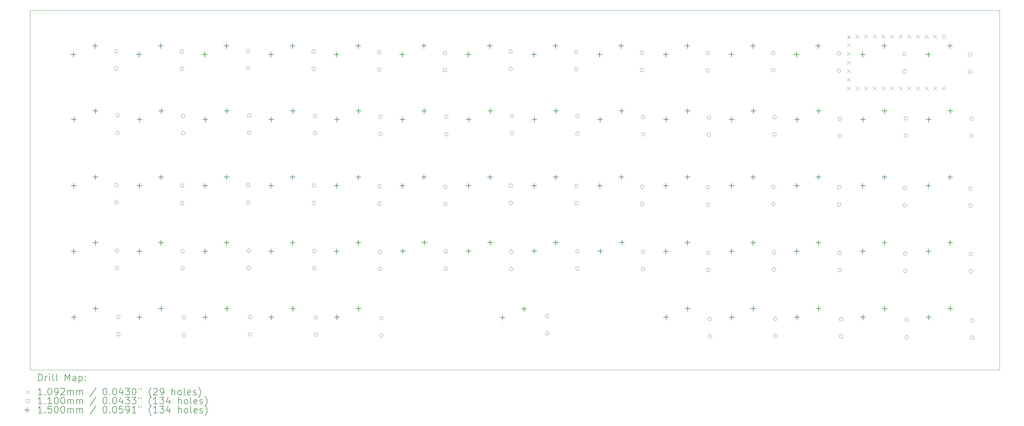
<source format=gbr>
%FSLAX45Y45*%
G04 Gerber Fmt 4.5, Leading zero omitted, Abs format (unit mm)*
G04 Created by KiCad (PCBNEW (6.0.1)) date 2022-06-24 19:37:23*
%MOMM*%
%LPD*%
G01*
G04 APERTURE LIST*
%TA.AperFunction,Profile*%
%ADD10C,0.100000*%
%TD*%
%ADD11C,0.200000*%
%ADD12C,0.109220*%
%ADD13C,0.110000*%
%ADD14C,0.150000*%
G04 APERTURE END LIST*
D10*
X8257540Y-9751060D02*
X36766500Y-9751060D01*
X36766500Y-9751060D02*
X36766500Y-20332700D01*
X36766500Y-20332700D02*
X8257540Y-20332700D01*
X8257540Y-20332700D02*
X8257540Y-9751060D01*
D11*
D12*
X32279103Y-10487679D02*
X32388323Y-10596899D01*
X32388323Y-10487679D02*
X32279103Y-10596899D01*
X32279103Y-10718819D02*
X32388323Y-10828039D01*
X32388323Y-10718819D02*
X32279103Y-10828039D01*
X32279103Y-10972819D02*
X32388323Y-11082039D01*
X32388323Y-10972819D02*
X32279103Y-11082039D01*
X32279103Y-11226818D02*
X32388323Y-11336038D01*
X32388323Y-11226818D02*
X32279103Y-11336038D01*
X32279103Y-11480818D02*
X32388323Y-11590038D01*
X32388323Y-11480818D02*
X32279103Y-11590038D01*
X32279103Y-11734818D02*
X32388323Y-11844038D01*
X32388323Y-11734818D02*
X32279103Y-11844038D01*
X32279103Y-11988818D02*
X32388323Y-12098038D01*
X32388323Y-11988818D02*
X32279103Y-12098038D01*
X32533103Y-10464819D02*
X32642323Y-10574039D01*
X32642323Y-10464819D02*
X32533103Y-10574039D01*
X32533103Y-11988818D02*
X32642323Y-12098038D01*
X32642323Y-11988818D02*
X32533103Y-12098038D01*
X32787103Y-10464819D02*
X32896323Y-10574039D01*
X32896323Y-10464819D02*
X32787103Y-10574039D01*
X32787103Y-11988818D02*
X32896323Y-12098038D01*
X32896323Y-11988818D02*
X32787103Y-12098038D01*
X33041103Y-10464819D02*
X33150323Y-10574039D01*
X33150323Y-10464819D02*
X33041103Y-10574039D01*
X33041103Y-11988818D02*
X33150323Y-12098038D01*
X33150323Y-11988818D02*
X33041103Y-12098038D01*
X33295103Y-10464819D02*
X33404323Y-10574039D01*
X33404323Y-10464819D02*
X33295103Y-10574039D01*
X33295103Y-11988818D02*
X33404323Y-12098038D01*
X33404323Y-11988818D02*
X33295103Y-12098038D01*
X33549103Y-10464819D02*
X33658323Y-10574039D01*
X33658323Y-10464819D02*
X33549103Y-10574039D01*
X33549103Y-11988818D02*
X33658323Y-12098038D01*
X33658323Y-11988818D02*
X33549103Y-12098038D01*
X33803103Y-10464819D02*
X33912323Y-10574039D01*
X33912323Y-10464819D02*
X33803103Y-10574039D01*
X33803103Y-11988818D02*
X33912323Y-12098038D01*
X33912323Y-11988818D02*
X33803103Y-12098038D01*
X34057103Y-10464819D02*
X34166323Y-10574039D01*
X34166323Y-10464819D02*
X34057103Y-10574039D01*
X34057103Y-11988818D02*
X34166323Y-12098038D01*
X34166323Y-11988818D02*
X34057103Y-12098038D01*
X34311103Y-10464819D02*
X34420323Y-10574039D01*
X34420323Y-10464819D02*
X34311103Y-10574039D01*
X34311103Y-11988818D02*
X34420323Y-12098038D01*
X34420323Y-11988818D02*
X34311103Y-12098038D01*
X34565103Y-10464819D02*
X34674323Y-10574039D01*
X34674323Y-10464819D02*
X34565103Y-10574039D01*
X34565103Y-11988818D02*
X34674323Y-12098038D01*
X34674323Y-11988818D02*
X34565103Y-12098038D01*
X34819103Y-10464819D02*
X34928323Y-10574039D01*
X34928323Y-10464819D02*
X34819103Y-10574039D01*
X34819103Y-11988818D02*
X34928323Y-12098038D01*
X34928323Y-11988818D02*
X34819103Y-12098038D01*
X35073103Y-10464819D02*
X35182323Y-10574039D01*
X35182323Y-10464819D02*
X35073103Y-10574039D01*
X35073103Y-11988818D02*
X35182323Y-12098038D01*
X35182323Y-11988818D02*
X35073103Y-12098038D01*
D13*
X10849513Y-10954847D02*
G75*
G03*
X10849513Y-10954847I-55000J0D01*
G01*
X10849513Y-11462847D02*
G75*
G03*
X10849513Y-11462847I-55000J0D01*
G01*
X10857620Y-14896717D02*
G75*
G03*
X10857620Y-14896717I-55000J0D01*
G01*
X10857620Y-15404717D02*
G75*
G03*
X10857620Y-15404717I-55000J0D01*
G01*
X10870320Y-16822037D02*
G75*
G03*
X10870320Y-16822037I-55000J0D01*
G01*
X10870320Y-17330037D02*
G75*
G03*
X10870320Y-17330037I-55000J0D01*
G01*
X10888100Y-12844397D02*
G75*
G03*
X10888100Y-12844397I-55000J0D01*
G01*
X10888100Y-13352397D02*
G75*
G03*
X10888100Y-13352397I-55000J0D01*
G01*
X10913500Y-18775297D02*
G75*
G03*
X10913500Y-18775297I-55000J0D01*
G01*
X10913500Y-19283297D02*
G75*
G03*
X10913500Y-19283297I-55000J0D01*
G01*
X12779913Y-10967547D02*
G75*
G03*
X12779913Y-10967547I-55000J0D01*
G01*
X12779913Y-11475547D02*
G75*
G03*
X12779913Y-11475547I-55000J0D01*
G01*
X12788020Y-14909417D02*
G75*
G03*
X12788020Y-14909417I-55000J0D01*
G01*
X12788020Y-15417417D02*
G75*
G03*
X12788020Y-15417417I-55000J0D01*
G01*
X12800720Y-16834737D02*
G75*
G03*
X12800720Y-16834737I-55000J0D01*
G01*
X12800720Y-17342737D02*
G75*
G03*
X12800720Y-17342737I-55000J0D01*
G01*
X12818500Y-12857097D02*
G75*
G03*
X12818500Y-12857097I-55000J0D01*
G01*
X12818500Y-13365097D02*
G75*
G03*
X12818500Y-13365097I-55000J0D01*
G01*
X12843900Y-18787997D02*
G75*
G03*
X12843900Y-18787997I-55000J0D01*
G01*
X12843900Y-19295997D02*
G75*
G03*
X12843900Y-19295997I-55000J0D01*
G01*
X14723013Y-10954847D02*
G75*
G03*
X14723013Y-10954847I-55000J0D01*
G01*
X14723013Y-11462847D02*
G75*
G03*
X14723013Y-11462847I-55000J0D01*
G01*
X14731120Y-14896717D02*
G75*
G03*
X14731120Y-14896717I-55000J0D01*
G01*
X14731120Y-15404717D02*
G75*
G03*
X14731120Y-15404717I-55000J0D01*
G01*
X14743820Y-16822037D02*
G75*
G03*
X14743820Y-16822037I-55000J0D01*
G01*
X14743820Y-17330037D02*
G75*
G03*
X14743820Y-17330037I-55000J0D01*
G01*
X14761600Y-12844397D02*
G75*
G03*
X14761600Y-12844397I-55000J0D01*
G01*
X14761600Y-13352397D02*
G75*
G03*
X14761600Y-13352397I-55000J0D01*
G01*
X14787000Y-18775297D02*
G75*
G03*
X14787000Y-18775297I-55000J0D01*
G01*
X14787000Y-19283297D02*
G75*
G03*
X14787000Y-19283297I-55000J0D01*
G01*
X16653413Y-10967547D02*
G75*
G03*
X16653413Y-10967547I-55000J0D01*
G01*
X16653413Y-11475547D02*
G75*
G03*
X16653413Y-11475547I-55000J0D01*
G01*
X16661520Y-14909417D02*
G75*
G03*
X16661520Y-14909417I-55000J0D01*
G01*
X16661520Y-15417417D02*
G75*
G03*
X16661520Y-15417417I-55000J0D01*
G01*
X16674220Y-16834737D02*
G75*
G03*
X16674220Y-16834737I-55000J0D01*
G01*
X16674220Y-17342737D02*
G75*
G03*
X16674220Y-17342737I-55000J0D01*
G01*
X16692000Y-12857097D02*
G75*
G03*
X16692000Y-12857097I-55000J0D01*
G01*
X16692000Y-13365097D02*
G75*
G03*
X16692000Y-13365097I-55000J0D01*
G01*
X16717400Y-18787997D02*
G75*
G03*
X16717400Y-18787997I-55000J0D01*
G01*
X16717400Y-19295997D02*
G75*
G03*
X16717400Y-19295997I-55000J0D01*
G01*
X18583813Y-10989329D02*
G75*
G03*
X18583813Y-10989329I-55000J0D01*
G01*
X18583813Y-11497328D02*
G75*
G03*
X18583813Y-11497328I-55000J0D01*
G01*
X18591920Y-14931198D02*
G75*
G03*
X18591920Y-14931198I-55000J0D01*
G01*
X18591920Y-15439198D02*
G75*
G03*
X18591920Y-15439198I-55000J0D01*
G01*
X18604620Y-16856518D02*
G75*
G03*
X18604620Y-16856518I-55000J0D01*
G01*
X18604620Y-17364518D02*
G75*
G03*
X18604620Y-17364518I-55000J0D01*
G01*
X18622400Y-12878878D02*
G75*
G03*
X18622400Y-12878878I-55000J0D01*
G01*
X18622400Y-13386878D02*
G75*
G03*
X18622400Y-13386878I-55000J0D01*
G01*
X18647800Y-18809778D02*
G75*
G03*
X18647800Y-18809778I-55000J0D01*
G01*
X18647800Y-19317778D02*
G75*
G03*
X18647800Y-19317778I-55000J0D01*
G01*
X20514213Y-11002029D02*
G75*
G03*
X20514213Y-11002029I-55000J0D01*
G01*
X20514213Y-11510028D02*
G75*
G03*
X20514213Y-11510028I-55000J0D01*
G01*
X20522320Y-14943898D02*
G75*
G03*
X20522320Y-14943898I-55000J0D01*
G01*
X20522320Y-15451898D02*
G75*
G03*
X20522320Y-15451898I-55000J0D01*
G01*
X20535507Y-16839990D02*
G75*
G03*
X20535507Y-16839990I-55000J0D01*
G01*
X20535507Y-17347990D02*
G75*
G03*
X20535507Y-17347990I-55000J0D01*
G01*
X20552800Y-12891578D02*
G75*
G03*
X20552800Y-12891578I-55000J0D01*
G01*
X20552800Y-13399578D02*
G75*
G03*
X20552800Y-13399578I-55000J0D01*
G01*
X22444613Y-10967547D02*
G75*
G03*
X22444613Y-10967547I-55000J0D01*
G01*
X22444613Y-11475547D02*
G75*
G03*
X22444613Y-11475547I-55000J0D01*
G01*
X22452720Y-14909417D02*
G75*
G03*
X22452720Y-14909417I-55000J0D01*
G01*
X22452720Y-15417417D02*
G75*
G03*
X22452720Y-15417417I-55000J0D01*
G01*
X22465907Y-16852690D02*
G75*
G03*
X22465907Y-16852690I-55000J0D01*
G01*
X22465907Y-17360690D02*
G75*
G03*
X22465907Y-17360690I-55000J0D01*
G01*
X22483200Y-12857097D02*
G75*
G03*
X22483200Y-12857097I-55000J0D01*
G01*
X22483200Y-13365097D02*
G75*
G03*
X22483200Y-13365097I-55000J0D01*
G01*
X23524600Y-18746278D02*
G75*
G03*
X23524600Y-18746278I-55000J0D01*
G01*
X23524600Y-19254278D02*
G75*
G03*
X23524600Y-19254278I-55000J0D01*
G01*
X24375013Y-10980247D02*
G75*
G03*
X24375013Y-10980247I-55000J0D01*
G01*
X24375013Y-11488247D02*
G75*
G03*
X24375013Y-11488247I-55000J0D01*
G01*
X24383120Y-14922117D02*
G75*
G03*
X24383120Y-14922117I-55000J0D01*
G01*
X24383120Y-15430117D02*
G75*
G03*
X24383120Y-15430117I-55000J0D01*
G01*
X24409007Y-16839990D02*
G75*
G03*
X24409007Y-16839990I-55000J0D01*
G01*
X24409007Y-17347990D02*
G75*
G03*
X24409007Y-17347990I-55000J0D01*
G01*
X24413600Y-12869797D02*
G75*
G03*
X24413600Y-12869797I-55000J0D01*
G01*
X24413600Y-13377797D02*
G75*
G03*
X24413600Y-13377797I-55000J0D01*
G01*
X26305413Y-11002029D02*
G75*
G03*
X26305413Y-11002029I-55000J0D01*
G01*
X26305413Y-11510028D02*
G75*
G03*
X26305413Y-11510028I-55000J0D01*
G01*
X26313520Y-14943898D02*
G75*
G03*
X26313520Y-14943898I-55000J0D01*
G01*
X26313520Y-15451898D02*
G75*
G03*
X26313520Y-15451898I-55000J0D01*
G01*
X26339407Y-16852690D02*
G75*
G03*
X26339407Y-16852690I-55000J0D01*
G01*
X26339407Y-17360690D02*
G75*
G03*
X26339407Y-17360690I-55000J0D01*
G01*
X26344000Y-12891578D02*
G75*
G03*
X26344000Y-12891578I-55000J0D01*
G01*
X26344000Y-13399578D02*
G75*
G03*
X26344000Y-13399578I-55000J0D01*
G01*
X28235813Y-11014729D02*
G75*
G03*
X28235813Y-11014729I-55000J0D01*
G01*
X28235813Y-11522728D02*
G75*
G03*
X28235813Y-11522728I-55000J0D01*
G01*
X28243920Y-14956598D02*
G75*
G03*
X28243920Y-14956598I-55000J0D01*
G01*
X28243920Y-15464598D02*
G75*
G03*
X28243920Y-15464598I-55000J0D01*
G01*
X28256620Y-16881918D02*
G75*
G03*
X28256620Y-16881918I-55000J0D01*
G01*
X28256620Y-17389918D02*
G75*
G03*
X28256620Y-17389918I-55000J0D01*
G01*
X28274400Y-12904278D02*
G75*
G03*
X28274400Y-12904278I-55000J0D01*
G01*
X28274400Y-13412278D02*
G75*
G03*
X28274400Y-13412278I-55000J0D01*
G01*
X28299800Y-18835178D02*
G75*
G03*
X28299800Y-18835178I-55000J0D01*
G01*
X28299800Y-19343178D02*
G75*
G03*
X28299800Y-19343178I-55000J0D01*
G01*
X30166213Y-11005647D02*
G75*
G03*
X30166213Y-11005647I-55000J0D01*
G01*
X30166213Y-11513647D02*
G75*
G03*
X30166213Y-11513647I-55000J0D01*
G01*
X30174320Y-14947517D02*
G75*
G03*
X30174320Y-14947517I-55000J0D01*
G01*
X30174320Y-15455517D02*
G75*
G03*
X30174320Y-15455517I-55000J0D01*
G01*
X30187020Y-16872837D02*
G75*
G03*
X30187020Y-16872837I-55000J0D01*
G01*
X30187020Y-17380837D02*
G75*
G03*
X30187020Y-17380837I-55000J0D01*
G01*
X30204800Y-12895197D02*
G75*
G03*
X30204800Y-12895197I-55000J0D01*
G01*
X30204800Y-13403197D02*
G75*
G03*
X30204800Y-13403197I-55000J0D01*
G01*
X30230200Y-18826097D02*
G75*
G03*
X30230200Y-18826097I-55000J0D01*
G01*
X30230200Y-19334097D02*
G75*
G03*
X30230200Y-19334097I-55000J0D01*
G01*
X32096613Y-11018347D02*
G75*
G03*
X32096613Y-11018347I-55000J0D01*
G01*
X32096613Y-11526347D02*
G75*
G03*
X32096613Y-11526347I-55000J0D01*
G01*
X32104720Y-14960217D02*
G75*
G03*
X32104720Y-14960217I-55000J0D01*
G01*
X32104720Y-15468217D02*
G75*
G03*
X32104720Y-15468217I-55000J0D01*
G01*
X32117420Y-16885537D02*
G75*
G03*
X32117420Y-16885537I-55000J0D01*
G01*
X32117420Y-17393537D02*
G75*
G03*
X32117420Y-17393537I-55000J0D01*
G01*
X32122500Y-12942378D02*
G75*
G03*
X32122500Y-12942378I-55000J0D01*
G01*
X32122500Y-13450378D02*
G75*
G03*
X32122500Y-13450378I-55000J0D01*
G01*
X32160600Y-18838797D02*
G75*
G03*
X32160600Y-18838797I-55000J0D01*
G01*
X32160600Y-19346797D02*
G75*
G03*
X32160600Y-19346797I-55000J0D01*
G01*
X34027013Y-11040129D02*
G75*
G03*
X34027013Y-11040129I-55000J0D01*
G01*
X34027013Y-11548128D02*
G75*
G03*
X34027013Y-11548128I-55000J0D01*
G01*
X34035120Y-14981998D02*
G75*
G03*
X34035120Y-14981998I-55000J0D01*
G01*
X34035120Y-15489998D02*
G75*
G03*
X34035120Y-15489998I-55000J0D01*
G01*
X34047820Y-16907318D02*
G75*
G03*
X34047820Y-16907318I-55000J0D01*
G01*
X34047820Y-17415318D02*
G75*
G03*
X34047820Y-17415318I-55000J0D01*
G01*
X34065600Y-12929678D02*
G75*
G03*
X34065600Y-12929678I-55000J0D01*
G01*
X34065600Y-13437678D02*
G75*
G03*
X34065600Y-13437678I-55000J0D01*
G01*
X34091000Y-18860578D02*
G75*
G03*
X34091000Y-18860578I-55000J0D01*
G01*
X34091000Y-19368578D02*
G75*
G03*
X34091000Y-19368578I-55000J0D01*
G01*
X35957413Y-11052829D02*
G75*
G03*
X35957413Y-11052829I-55000J0D01*
G01*
X35957413Y-11560828D02*
G75*
G03*
X35957413Y-11560828I-55000J0D01*
G01*
X35965520Y-14994698D02*
G75*
G03*
X35965520Y-14994698I-55000J0D01*
G01*
X35965520Y-15502698D02*
G75*
G03*
X35965520Y-15502698I-55000J0D01*
G01*
X35978220Y-16920018D02*
G75*
G03*
X35978220Y-16920018I-55000J0D01*
G01*
X35978220Y-17428018D02*
G75*
G03*
X35978220Y-17428018I-55000J0D01*
G01*
X35996000Y-12942378D02*
G75*
G03*
X35996000Y-12942378I-55000J0D01*
G01*
X35996000Y-13450378D02*
G75*
G03*
X35996000Y-13450378I-55000J0D01*
G01*
X36021400Y-18873278D02*
G75*
G03*
X36021400Y-18873278I-55000J0D01*
G01*
X36021400Y-19381278D02*
G75*
G03*
X36021400Y-19381278I-55000J0D01*
G01*
D14*
X9537213Y-10977829D02*
X9537213Y-11127829D01*
X9462213Y-11052829D02*
X9612213Y-11052829D01*
X9545320Y-14839880D02*
X9545320Y-14989880D01*
X9470320Y-14914880D02*
X9620320Y-14914880D01*
X9545320Y-16765200D02*
X9545320Y-16915200D01*
X9470320Y-16840200D02*
X9620320Y-16840200D01*
X9550400Y-12889160D02*
X9550400Y-13039160D01*
X9475400Y-12964160D02*
X9625400Y-12964160D01*
X9550400Y-18705760D02*
X9550400Y-18855760D01*
X9475400Y-18780760D02*
X9625400Y-18780760D01*
X10172213Y-10723829D02*
X10172213Y-10873829D01*
X10097213Y-10798829D02*
X10247213Y-10798829D01*
X10180320Y-14585880D02*
X10180320Y-14735880D01*
X10105320Y-14660880D02*
X10255320Y-14660880D01*
X10180320Y-16511200D02*
X10180320Y-16661200D01*
X10105320Y-16586200D02*
X10255320Y-16586200D01*
X10185400Y-12635160D02*
X10185400Y-12785160D01*
X10110400Y-12710160D02*
X10260400Y-12710160D01*
X10185400Y-18451760D02*
X10185400Y-18601760D01*
X10110400Y-18526760D02*
X10260400Y-18526760D01*
X11467613Y-10977829D02*
X11467613Y-11127829D01*
X11392613Y-11052829D02*
X11542613Y-11052829D01*
X11475720Y-14839880D02*
X11475720Y-14989880D01*
X11400720Y-14914880D02*
X11550720Y-14914880D01*
X11475720Y-16765200D02*
X11475720Y-16915200D01*
X11400720Y-16840200D02*
X11550720Y-16840200D01*
X11480800Y-12889160D02*
X11480800Y-13039160D01*
X11405800Y-12964160D02*
X11555800Y-12964160D01*
X11480800Y-18705760D02*
X11480800Y-18855760D01*
X11405800Y-18780760D02*
X11555800Y-18780760D01*
X12102613Y-10723829D02*
X12102613Y-10873829D01*
X12027613Y-10798829D02*
X12177613Y-10798829D01*
X12110720Y-14585880D02*
X12110720Y-14735880D01*
X12035720Y-14660880D02*
X12185720Y-14660880D01*
X12110720Y-16511200D02*
X12110720Y-16661200D01*
X12035720Y-16586200D02*
X12185720Y-16586200D01*
X12115800Y-12635160D02*
X12115800Y-12785160D01*
X12040800Y-12710160D02*
X12190800Y-12710160D01*
X12115800Y-18451760D02*
X12115800Y-18601760D01*
X12040800Y-18526760D02*
X12190800Y-18526760D01*
X13398013Y-10977829D02*
X13398013Y-11127829D01*
X13323013Y-11052829D02*
X13473013Y-11052829D01*
X13406120Y-14839880D02*
X13406120Y-14989880D01*
X13331120Y-14914880D02*
X13481120Y-14914880D01*
X13406120Y-16765200D02*
X13406120Y-16915200D01*
X13331120Y-16840200D02*
X13481120Y-16840200D01*
X13411200Y-12889160D02*
X13411200Y-13039160D01*
X13336200Y-12964160D02*
X13486200Y-12964160D01*
X13411200Y-18705760D02*
X13411200Y-18855760D01*
X13336200Y-18780760D02*
X13486200Y-18780760D01*
X14033013Y-10723829D02*
X14033013Y-10873829D01*
X13958013Y-10798829D02*
X14108013Y-10798829D01*
X14041120Y-14585880D02*
X14041120Y-14735880D01*
X13966120Y-14660880D02*
X14116120Y-14660880D01*
X14041120Y-16511200D02*
X14041120Y-16661200D01*
X13966120Y-16586200D02*
X14116120Y-16586200D01*
X14046200Y-12635160D02*
X14046200Y-12785160D01*
X13971200Y-12710160D02*
X14121200Y-12710160D01*
X14046200Y-18451760D02*
X14046200Y-18601760D01*
X13971200Y-18526760D02*
X14121200Y-18526760D01*
X15341113Y-10977829D02*
X15341113Y-11127829D01*
X15266113Y-11052829D02*
X15416113Y-11052829D01*
X15349220Y-14839880D02*
X15349220Y-14989880D01*
X15274220Y-14914880D02*
X15424220Y-14914880D01*
X15349220Y-16765200D02*
X15349220Y-16915200D01*
X15274220Y-16840200D02*
X15424220Y-16840200D01*
X15354300Y-12889160D02*
X15354300Y-13039160D01*
X15279300Y-12964160D02*
X15429300Y-12964160D01*
X15354300Y-18705760D02*
X15354300Y-18855760D01*
X15279300Y-18780760D02*
X15429300Y-18780760D01*
X15976113Y-10723829D02*
X15976113Y-10873829D01*
X15901113Y-10798829D02*
X16051113Y-10798829D01*
X15984220Y-14585880D02*
X15984220Y-14735880D01*
X15909220Y-14660880D02*
X16059220Y-14660880D01*
X15984220Y-16511200D02*
X15984220Y-16661200D01*
X15909220Y-16586200D02*
X16059220Y-16586200D01*
X15989300Y-12635160D02*
X15989300Y-12785160D01*
X15914300Y-12710160D02*
X16064300Y-12710160D01*
X15989300Y-18451760D02*
X15989300Y-18601760D01*
X15914300Y-18526760D02*
X16064300Y-18526760D01*
X17271513Y-10977829D02*
X17271513Y-11127829D01*
X17196513Y-11052829D02*
X17346513Y-11052829D01*
X17279620Y-14839880D02*
X17279620Y-14989880D01*
X17204620Y-14914880D02*
X17354620Y-14914880D01*
X17279620Y-16765200D02*
X17279620Y-16915200D01*
X17204620Y-16840200D02*
X17354620Y-16840200D01*
X17284700Y-12889160D02*
X17284700Y-13039160D01*
X17209700Y-12964160D02*
X17359700Y-12964160D01*
X17284700Y-18705760D02*
X17284700Y-18855760D01*
X17209700Y-18780760D02*
X17359700Y-18780760D01*
X17906513Y-10723829D02*
X17906513Y-10873829D01*
X17831513Y-10798829D02*
X17981513Y-10798829D01*
X17914620Y-14585880D02*
X17914620Y-14735880D01*
X17839620Y-14660880D02*
X17989620Y-14660880D01*
X17914620Y-16511200D02*
X17914620Y-16661200D01*
X17839620Y-16586200D02*
X17989620Y-16586200D01*
X17919700Y-12635160D02*
X17919700Y-12785160D01*
X17844700Y-12710160D02*
X17994700Y-12710160D01*
X17919700Y-18451760D02*
X17919700Y-18601760D01*
X17844700Y-18526760D02*
X17994700Y-18526760D01*
X19201913Y-10977829D02*
X19201913Y-11127829D01*
X19126913Y-11052829D02*
X19276913Y-11052829D01*
X19210020Y-14839880D02*
X19210020Y-14989880D01*
X19135020Y-14914880D02*
X19285020Y-14914880D01*
X19215100Y-12889160D02*
X19215100Y-13039160D01*
X19140100Y-12964160D02*
X19290100Y-12964160D01*
X19223207Y-16761371D02*
X19223207Y-16911372D01*
X19148207Y-16836372D02*
X19298207Y-16836372D01*
X19836913Y-10723829D02*
X19836913Y-10873829D01*
X19761913Y-10798829D02*
X19911913Y-10798829D01*
X19845020Y-14585880D02*
X19845020Y-14735880D01*
X19770020Y-14660880D02*
X19920020Y-14660880D01*
X19850100Y-12635160D02*
X19850100Y-12785160D01*
X19775100Y-12710160D02*
X19925100Y-12710160D01*
X19858207Y-16507371D02*
X19858207Y-16657371D01*
X19783207Y-16582371D02*
X19933207Y-16582371D01*
X21145013Y-10977829D02*
X21145013Y-11127829D01*
X21070013Y-11052829D02*
X21220013Y-11052829D01*
X21153120Y-14839880D02*
X21153120Y-14989880D01*
X21078120Y-14914880D02*
X21228120Y-14914880D01*
X21153607Y-16761371D02*
X21153607Y-16911372D01*
X21078607Y-16836372D02*
X21228607Y-16836372D01*
X21158200Y-12889160D02*
X21158200Y-13039160D01*
X21083200Y-12964160D02*
X21233200Y-12964160D01*
X21780013Y-10723829D02*
X21780013Y-10873829D01*
X21705013Y-10798829D02*
X21855013Y-10798829D01*
X21788120Y-14585880D02*
X21788120Y-14735880D01*
X21713120Y-14660880D02*
X21863120Y-14660880D01*
X21788607Y-16507371D02*
X21788607Y-16657371D01*
X21713607Y-16582371D02*
X21863607Y-16582371D01*
X21793200Y-12635160D02*
X21793200Y-12785160D01*
X21718200Y-12710160D02*
X21868200Y-12710160D01*
X22148800Y-18711860D02*
X22148800Y-18861860D01*
X22073800Y-18786860D02*
X22223800Y-18786860D01*
X22783800Y-18457860D02*
X22783800Y-18607860D01*
X22708800Y-18532860D02*
X22858800Y-18532860D01*
X23075413Y-10977829D02*
X23075413Y-11127829D01*
X23000413Y-11052829D02*
X23150413Y-11052829D01*
X23083520Y-14839880D02*
X23083520Y-14989880D01*
X23008520Y-14914880D02*
X23158520Y-14914880D01*
X23084007Y-16761371D02*
X23084007Y-16911372D01*
X23009007Y-16836372D02*
X23159007Y-16836372D01*
X23088600Y-12889160D02*
X23088600Y-13039160D01*
X23013600Y-12964160D02*
X23163600Y-12964160D01*
X23710413Y-10723829D02*
X23710413Y-10873829D01*
X23635413Y-10798829D02*
X23785413Y-10798829D01*
X23718520Y-14585880D02*
X23718520Y-14735880D01*
X23643520Y-14660880D02*
X23793520Y-14660880D01*
X23719007Y-16507371D02*
X23719007Y-16657371D01*
X23644007Y-16582371D02*
X23794007Y-16582371D01*
X23723600Y-12635160D02*
X23723600Y-12785160D01*
X23648600Y-12710160D02*
X23798600Y-12710160D01*
X25005813Y-10977829D02*
X25005813Y-11127829D01*
X24930813Y-11052829D02*
X25080813Y-11052829D01*
X25013920Y-14839880D02*
X25013920Y-14989880D01*
X24938920Y-14914880D02*
X25088920Y-14914880D01*
X25019000Y-12889160D02*
X25019000Y-13039160D01*
X24944000Y-12964160D02*
X25094000Y-12964160D01*
X25027107Y-16761371D02*
X25027107Y-16911372D01*
X24952107Y-16836372D02*
X25102107Y-16836372D01*
X25640813Y-10723829D02*
X25640813Y-10873829D01*
X25565813Y-10798829D02*
X25715813Y-10798829D01*
X25648920Y-14585880D02*
X25648920Y-14735880D01*
X25573920Y-14660880D02*
X25723920Y-14660880D01*
X25654000Y-12635160D02*
X25654000Y-12785160D01*
X25579000Y-12710160D02*
X25729000Y-12710160D01*
X25662107Y-16507371D02*
X25662107Y-16657371D01*
X25587107Y-16582371D02*
X25737107Y-16582371D01*
X26948913Y-10977829D02*
X26948913Y-11127829D01*
X26873913Y-11052829D02*
X27023913Y-11052829D01*
X26957020Y-14839880D02*
X26957020Y-14989880D01*
X26882020Y-14914880D02*
X27032020Y-14914880D01*
X26957020Y-16765200D02*
X26957020Y-16915200D01*
X26882020Y-16840200D02*
X27032020Y-16840200D01*
X26962100Y-12889160D02*
X26962100Y-13039160D01*
X26887100Y-12964160D02*
X27037100Y-12964160D01*
X26962100Y-18705760D02*
X26962100Y-18855760D01*
X26887100Y-18780760D02*
X27037100Y-18780760D01*
X27583913Y-10723829D02*
X27583913Y-10873829D01*
X27508913Y-10798829D02*
X27658913Y-10798829D01*
X27592020Y-14585880D02*
X27592020Y-14735880D01*
X27517020Y-14660880D02*
X27667020Y-14660880D01*
X27592020Y-16511200D02*
X27592020Y-16661200D01*
X27517020Y-16586200D02*
X27667020Y-16586200D01*
X27597100Y-12635160D02*
X27597100Y-12785160D01*
X27522100Y-12710160D02*
X27672100Y-12710160D01*
X27597100Y-18451760D02*
X27597100Y-18601760D01*
X27522100Y-18526760D02*
X27672100Y-18526760D01*
X28879313Y-10977829D02*
X28879313Y-11127829D01*
X28804313Y-11052829D02*
X28954313Y-11052829D01*
X28887420Y-14839880D02*
X28887420Y-14989880D01*
X28812420Y-14914880D02*
X28962420Y-14914880D01*
X28887420Y-16765200D02*
X28887420Y-16915200D01*
X28812420Y-16840200D02*
X28962420Y-16840200D01*
X28892500Y-12889160D02*
X28892500Y-13039160D01*
X28817500Y-12964160D02*
X28967500Y-12964160D01*
X28892500Y-18705760D02*
X28892500Y-18855760D01*
X28817500Y-18780760D02*
X28967500Y-18780760D01*
X29514313Y-10723829D02*
X29514313Y-10873829D01*
X29439313Y-10798829D02*
X29589313Y-10798829D01*
X29522420Y-14585880D02*
X29522420Y-14735880D01*
X29447420Y-14660880D02*
X29597420Y-14660880D01*
X29522420Y-16511200D02*
X29522420Y-16661200D01*
X29447420Y-16586200D02*
X29597420Y-16586200D01*
X29527500Y-12635160D02*
X29527500Y-12785160D01*
X29452500Y-12710160D02*
X29602500Y-12710160D01*
X29527500Y-18451760D02*
X29527500Y-18601760D01*
X29452500Y-18526760D02*
X29602500Y-18526760D01*
X30797013Y-10977829D02*
X30797013Y-11127829D01*
X30722013Y-11052829D02*
X30872013Y-11052829D01*
X30805120Y-14839880D02*
X30805120Y-14989880D01*
X30730120Y-14914880D02*
X30880120Y-14914880D01*
X30805120Y-16765200D02*
X30805120Y-16915200D01*
X30730120Y-16840200D02*
X30880120Y-16840200D01*
X30810200Y-12889160D02*
X30810200Y-13039160D01*
X30735200Y-12964160D02*
X30885200Y-12964160D01*
X30810200Y-18705760D02*
X30810200Y-18855760D01*
X30735200Y-18780760D02*
X30885200Y-18780760D01*
X31432013Y-10723829D02*
X31432013Y-10873829D01*
X31357013Y-10798829D02*
X31507013Y-10798829D01*
X31440120Y-14585880D02*
X31440120Y-14735880D01*
X31365120Y-14660880D02*
X31515120Y-14660880D01*
X31440120Y-16511200D02*
X31440120Y-16661200D01*
X31365120Y-16586200D02*
X31515120Y-16586200D01*
X31445200Y-12635160D02*
X31445200Y-12785160D01*
X31370200Y-12710160D02*
X31520200Y-12710160D01*
X31445200Y-18451760D02*
X31445200Y-18601760D01*
X31370200Y-18526760D02*
X31520200Y-18526760D01*
X32740113Y-10977829D02*
X32740113Y-11127829D01*
X32665113Y-11052829D02*
X32815113Y-11052829D01*
X32748220Y-14839880D02*
X32748220Y-14989880D01*
X32673220Y-14914880D02*
X32823220Y-14914880D01*
X32748220Y-16765200D02*
X32748220Y-16915200D01*
X32673220Y-16840200D02*
X32823220Y-16840200D01*
X32753300Y-12889160D02*
X32753300Y-13039160D01*
X32678300Y-12964160D02*
X32828300Y-12964160D01*
X32753300Y-18705760D02*
X32753300Y-18855760D01*
X32678300Y-18780760D02*
X32828300Y-18780760D01*
X33375113Y-10723829D02*
X33375113Y-10873829D01*
X33300113Y-10798829D02*
X33450113Y-10798829D01*
X33383220Y-14585880D02*
X33383220Y-14735880D01*
X33308220Y-14660880D02*
X33458220Y-14660880D01*
X33383220Y-16511200D02*
X33383220Y-16661200D01*
X33308220Y-16586200D02*
X33458220Y-16586200D01*
X33388300Y-12635160D02*
X33388300Y-12785160D01*
X33313300Y-12710160D02*
X33463300Y-12710160D01*
X33388300Y-18451760D02*
X33388300Y-18601760D01*
X33313300Y-18526760D02*
X33463300Y-18526760D01*
X34670513Y-10977829D02*
X34670513Y-11127829D01*
X34595513Y-11052829D02*
X34745513Y-11052829D01*
X34678620Y-14839880D02*
X34678620Y-14989880D01*
X34603620Y-14914880D02*
X34753620Y-14914880D01*
X34678620Y-16765200D02*
X34678620Y-16915200D01*
X34603620Y-16840200D02*
X34753620Y-16840200D01*
X34683700Y-12889160D02*
X34683700Y-13039160D01*
X34608700Y-12964160D02*
X34758700Y-12964160D01*
X34683700Y-18705760D02*
X34683700Y-18855760D01*
X34608700Y-18780760D02*
X34758700Y-18780760D01*
X35305513Y-10723829D02*
X35305513Y-10873829D01*
X35230513Y-10798829D02*
X35380513Y-10798829D01*
X35313620Y-14585880D02*
X35313620Y-14735880D01*
X35238620Y-14660880D02*
X35388620Y-14660880D01*
X35313620Y-16511200D02*
X35313620Y-16661200D01*
X35238620Y-16586200D02*
X35388620Y-16586200D01*
X35318700Y-12635160D02*
X35318700Y-12785160D01*
X35243700Y-12710160D02*
X35393700Y-12710160D01*
X35318700Y-18451760D02*
X35318700Y-18601760D01*
X35243700Y-18526760D02*
X35393700Y-18526760D01*
D11*
X8510159Y-20648176D02*
X8510159Y-20448176D01*
X8557778Y-20448176D01*
X8586350Y-20457700D01*
X8605397Y-20476748D01*
X8614921Y-20495795D01*
X8624445Y-20533890D01*
X8624445Y-20562462D01*
X8614921Y-20600557D01*
X8605397Y-20619605D01*
X8586350Y-20638652D01*
X8557778Y-20648176D01*
X8510159Y-20648176D01*
X8710159Y-20648176D02*
X8710159Y-20514843D01*
X8710159Y-20552938D02*
X8719683Y-20533890D01*
X8729207Y-20524367D01*
X8748254Y-20514843D01*
X8767302Y-20514843D01*
X8833969Y-20648176D02*
X8833969Y-20514843D01*
X8833969Y-20448176D02*
X8824445Y-20457700D01*
X8833969Y-20467224D01*
X8843492Y-20457700D01*
X8833969Y-20448176D01*
X8833969Y-20467224D01*
X8957778Y-20648176D02*
X8938730Y-20638652D01*
X8929207Y-20619605D01*
X8929207Y-20448176D01*
X9062540Y-20648176D02*
X9043492Y-20638652D01*
X9033969Y-20619605D01*
X9033969Y-20448176D01*
X9291111Y-20648176D02*
X9291111Y-20448176D01*
X9357778Y-20591033D01*
X9424445Y-20448176D01*
X9424445Y-20648176D01*
X9605397Y-20648176D02*
X9605397Y-20543414D01*
X9595873Y-20524367D01*
X9576826Y-20514843D01*
X9538730Y-20514843D01*
X9519683Y-20524367D01*
X9605397Y-20638652D02*
X9586350Y-20648176D01*
X9538730Y-20648176D01*
X9519683Y-20638652D01*
X9510159Y-20619605D01*
X9510159Y-20600557D01*
X9519683Y-20581510D01*
X9538730Y-20571986D01*
X9586350Y-20571986D01*
X9605397Y-20562462D01*
X9700635Y-20514843D02*
X9700635Y-20714843D01*
X9700635Y-20524367D02*
X9719683Y-20514843D01*
X9757778Y-20514843D01*
X9776826Y-20524367D01*
X9786350Y-20533890D01*
X9795873Y-20552938D01*
X9795873Y-20610081D01*
X9786350Y-20629129D01*
X9776826Y-20638652D01*
X9757778Y-20648176D01*
X9719683Y-20648176D01*
X9700635Y-20638652D01*
X9881588Y-20629129D02*
X9891111Y-20638652D01*
X9881588Y-20648176D01*
X9872064Y-20638652D01*
X9881588Y-20629129D01*
X9881588Y-20648176D01*
X9881588Y-20524367D02*
X9891111Y-20533890D01*
X9881588Y-20543414D01*
X9872064Y-20533890D01*
X9881588Y-20524367D01*
X9881588Y-20543414D01*
D12*
X8143320Y-20923090D02*
X8252540Y-21032310D01*
X8252540Y-20923090D02*
X8143320Y-21032310D01*
D11*
X8614921Y-21068176D02*
X8500635Y-21068176D01*
X8557778Y-21068176D02*
X8557778Y-20868176D01*
X8538730Y-20896748D01*
X8519683Y-20915795D01*
X8500635Y-20925319D01*
X8700635Y-21049129D02*
X8710159Y-21058652D01*
X8700635Y-21068176D01*
X8691111Y-21058652D01*
X8700635Y-21049129D01*
X8700635Y-21068176D01*
X8833969Y-20868176D02*
X8853016Y-20868176D01*
X8872064Y-20877700D01*
X8881588Y-20887224D01*
X8891111Y-20906271D01*
X8900635Y-20944367D01*
X8900635Y-20991986D01*
X8891111Y-21030081D01*
X8881588Y-21049129D01*
X8872064Y-21058652D01*
X8853016Y-21068176D01*
X8833969Y-21068176D01*
X8814921Y-21058652D01*
X8805397Y-21049129D01*
X8795873Y-21030081D01*
X8786350Y-20991986D01*
X8786350Y-20944367D01*
X8795873Y-20906271D01*
X8805397Y-20887224D01*
X8814921Y-20877700D01*
X8833969Y-20868176D01*
X8995873Y-21068176D02*
X9033969Y-21068176D01*
X9053016Y-21058652D01*
X9062540Y-21049129D01*
X9081588Y-21020557D01*
X9091111Y-20982462D01*
X9091111Y-20906271D01*
X9081588Y-20887224D01*
X9072064Y-20877700D01*
X9053016Y-20868176D01*
X9014921Y-20868176D01*
X8995873Y-20877700D01*
X8986350Y-20887224D01*
X8976826Y-20906271D01*
X8976826Y-20953890D01*
X8986350Y-20972938D01*
X8995873Y-20982462D01*
X9014921Y-20991986D01*
X9053016Y-20991986D01*
X9072064Y-20982462D01*
X9081588Y-20972938D01*
X9091111Y-20953890D01*
X9167302Y-20887224D02*
X9176826Y-20877700D01*
X9195873Y-20868176D01*
X9243492Y-20868176D01*
X9262540Y-20877700D01*
X9272064Y-20887224D01*
X9281588Y-20906271D01*
X9281588Y-20925319D01*
X9272064Y-20953890D01*
X9157778Y-21068176D01*
X9281588Y-21068176D01*
X9367302Y-21068176D02*
X9367302Y-20934843D01*
X9367302Y-20953890D02*
X9376826Y-20944367D01*
X9395873Y-20934843D01*
X9424445Y-20934843D01*
X9443492Y-20944367D01*
X9453016Y-20963414D01*
X9453016Y-21068176D01*
X9453016Y-20963414D02*
X9462540Y-20944367D01*
X9481588Y-20934843D01*
X9510159Y-20934843D01*
X9529207Y-20944367D01*
X9538730Y-20963414D01*
X9538730Y-21068176D01*
X9633969Y-21068176D02*
X9633969Y-20934843D01*
X9633969Y-20953890D02*
X9643492Y-20944367D01*
X9662540Y-20934843D01*
X9691111Y-20934843D01*
X9710159Y-20944367D01*
X9719683Y-20963414D01*
X9719683Y-21068176D01*
X9719683Y-20963414D02*
X9729207Y-20944367D01*
X9748254Y-20934843D01*
X9776826Y-20934843D01*
X9795873Y-20944367D01*
X9805397Y-20963414D01*
X9805397Y-21068176D01*
X10195873Y-20858652D02*
X10024445Y-21115795D01*
X10453016Y-20868176D02*
X10472064Y-20868176D01*
X10491111Y-20877700D01*
X10500635Y-20887224D01*
X10510159Y-20906271D01*
X10519683Y-20944367D01*
X10519683Y-20991986D01*
X10510159Y-21030081D01*
X10500635Y-21049129D01*
X10491111Y-21058652D01*
X10472064Y-21068176D01*
X10453016Y-21068176D01*
X10433969Y-21058652D01*
X10424445Y-21049129D01*
X10414921Y-21030081D01*
X10405397Y-20991986D01*
X10405397Y-20944367D01*
X10414921Y-20906271D01*
X10424445Y-20887224D01*
X10433969Y-20877700D01*
X10453016Y-20868176D01*
X10605397Y-21049129D02*
X10614921Y-21058652D01*
X10605397Y-21068176D01*
X10595873Y-21058652D01*
X10605397Y-21049129D01*
X10605397Y-21068176D01*
X10738730Y-20868176D02*
X10757778Y-20868176D01*
X10776826Y-20877700D01*
X10786350Y-20887224D01*
X10795873Y-20906271D01*
X10805397Y-20944367D01*
X10805397Y-20991986D01*
X10795873Y-21030081D01*
X10786350Y-21049129D01*
X10776826Y-21058652D01*
X10757778Y-21068176D01*
X10738730Y-21068176D01*
X10719683Y-21058652D01*
X10710159Y-21049129D01*
X10700635Y-21030081D01*
X10691111Y-20991986D01*
X10691111Y-20944367D01*
X10700635Y-20906271D01*
X10710159Y-20887224D01*
X10719683Y-20877700D01*
X10738730Y-20868176D01*
X10976826Y-20934843D02*
X10976826Y-21068176D01*
X10929207Y-20858652D02*
X10881588Y-21001510D01*
X11005397Y-21001510D01*
X11062540Y-20868176D02*
X11186349Y-20868176D01*
X11119683Y-20944367D01*
X11148254Y-20944367D01*
X11167302Y-20953890D01*
X11176826Y-20963414D01*
X11186349Y-20982462D01*
X11186349Y-21030081D01*
X11176826Y-21049129D01*
X11167302Y-21058652D01*
X11148254Y-21068176D01*
X11091111Y-21068176D01*
X11072064Y-21058652D01*
X11062540Y-21049129D01*
X11310159Y-20868176D02*
X11329207Y-20868176D01*
X11348254Y-20877700D01*
X11357778Y-20887224D01*
X11367302Y-20906271D01*
X11376826Y-20944367D01*
X11376826Y-20991986D01*
X11367302Y-21030081D01*
X11357778Y-21049129D01*
X11348254Y-21058652D01*
X11329207Y-21068176D01*
X11310159Y-21068176D01*
X11291111Y-21058652D01*
X11281588Y-21049129D01*
X11272064Y-21030081D01*
X11262540Y-20991986D01*
X11262540Y-20944367D01*
X11272064Y-20906271D01*
X11281588Y-20887224D01*
X11291111Y-20877700D01*
X11310159Y-20868176D01*
X11453016Y-20868176D02*
X11453016Y-20906271D01*
X11529207Y-20868176D02*
X11529207Y-20906271D01*
X11824445Y-21144367D02*
X11814921Y-21134843D01*
X11795873Y-21106271D01*
X11786349Y-21087224D01*
X11776826Y-21058652D01*
X11767302Y-21011033D01*
X11767302Y-20972938D01*
X11776826Y-20925319D01*
X11786349Y-20896748D01*
X11795873Y-20877700D01*
X11814921Y-20849129D01*
X11824445Y-20839605D01*
X11891111Y-20887224D02*
X11900635Y-20877700D01*
X11919683Y-20868176D01*
X11967302Y-20868176D01*
X11986349Y-20877700D01*
X11995873Y-20887224D01*
X12005397Y-20906271D01*
X12005397Y-20925319D01*
X11995873Y-20953890D01*
X11881588Y-21068176D01*
X12005397Y-21068176D01*
X12100635Y-21068176D02*
X12138730Y-21068176D01*
X12157778Y-21058652D01*
X12167302Y-21049129D01*
X12186349Y-21020557D01*
X12195873Y-20982462D01*
X12195873Y-20906271D01*
X12186349Y-20887224D01*
X12176826Y-20877700D01*
X12157778Y-20868176D01*
X12119683Y-20868176D01*
X12100635Y-20877700D01*
X12091111Y-20887224D01*
X12081588Y-20906271D01*
X12081588Y-20953890D01*
X12091111Y-20972938D01*
X12100635Y-20982462D01*
X12119683Y-20991986D01*
X12157778Y-20991986D01*
X12176826Y-20982462D01*
X12186349Y-20972938D01*
X12195873Y-20953890D01*
X12433968Y-21068176D02*
X12433968Y-20868176D01*
X12519683Y-21068176D02*
X12519683Y-20963414D01*
X12510159Y-20944367D01*
X12491111Y-20934843D01*
X12462540Y-20934843D01*
X12443492Y-20944367D01*
X12433968Y-20953890D01*
X12643492Y-21068176D02*
X12624445Y-21058652D01*
X12614921Y-21049129D01*
X12605397Y-21030081D01*
X12605397Y-20972938D01*
X12614921Y-20953890D01*
X12624445Y-20944367D01*
X12643492Y-20934843D01*
X12672064Y-20934843D01*
X12691111Y-20944367D01*
X12700635Y-20953890D01*
X12710159Y-20972938D01*
X12710159Y-21030081D01*
X12700635Y-21049129D01*
X12691111Y-21058652D01*
X12672064Y-21068176D01*
X12643492Y-21068176D01*
X12824445Y-21068176D02*
X12805397Y-21058652D01*
X12795873Y-21039605D01*
X12795873Y-20868176D01*
X12976826Y-21058652D02*
X12957778Y-21068176D01*
X12919683Y-21068176D01*
X12900635Y-21058652D01*
X12891111Y-21039605D01*
X12891111Y-20963414D01*
X12900635Y-20944367D01*
X12919683Y-20934843D01*
X12957778Y-20934843D01*
X12976826Y-20944367D01*
X12986349Y-20963414D01*
X12986349Y-20982462D01*
X12891111Y-21001510D01*
X13062540Y-21058652D02*
X13081588Y-21068176D01*
X13119683Y-21068176D01*
X13138730Y-21058652D01*
X13148254Y-21039605D01*
X13148254Y-21030081D01*
X13138730Y-21011033D01*
X13119683Y-21001510D01*
X13091111Y-21001510D01*
X13072064Y-20991986D01*
X13062540Y-20972938D01*
X13062540Y-20963414D01*
X13072064Y-20944367D01*
X13091111Y-20934843D01*
X13119683Y-20934843D01*
X13138730Y-20944367D01*
X13214921Y-21144367D02*
X13224445Y-21134843D01*
X13243492Y-21106271D01*
X13253016Y-21087224D01*
X13262540Y-21058652D01*
X13272064Y-21011033D01*
X13272064Y-20972938D01*
X13262540Y-20925319D01*
X13253016Y-20896748D01*
X13243492Y-20877700D01*
X13224445Y-20849129D01*
X13214921Y-20839605D01*
D13*
X8252540Y-21241700D02*
G75*
G03*
X8252540Y-21241700I-55000J0D01*
G01*
D11*
X8614921Y-21332176D02*
X8500635Y-21332176D01*
X8557778Y-21332176D02*
X8557778Y-21132176D01*
X8538730Y-21160748D01*
X8519683Y-21179795D01*
X8500635Y-21189319D01*
X8700635Y-21313129D02*
X8710159Y-21322652D01*
X8700635Y-21332176D01*
X8691111Y-21322652D01*
X8700635Y-21313129D01*
X8700635Y-21332176D01*
X8900635Y-21332176D02*
X8786350Y-21332176D01*
X8843492Y-21332176D02*
X8843492Y-21132176D01*
X8824445Y-21160748D01*
X8805397Y-21179795D01*
X8786350Y-21189319D01*
X9024445Y-21132176D02*
X9043492Y-21132176D01*
X9062540Y-21141700D01*
X9072064Y-21151224D01*
X9081588Y-21170271D01*
X9091111Y-21208367D01*
X9091111Y-21255986D01*
X9081588Y-21294081D01*
X9072064Y-21313129D01*
X9062540Y-21322652D01*
X9043492Y-21332176D01*
X9024445Y-21332176D01*
X9005397Y-21322652D01*
X8995873Y-21313129D01*
X8986350Y-21294081D01*
X8976826Y-21255986D01*
X8976826Y-21208367D01*
X8986350Y-21170271D01*
X8995873Y-21151224D01*
X9005397Y-21141700D01*
X9024445Y-21132176D01*
X9214921Y-21132176D02*
X9233969Y-21132176D01*
X9253016Y-21141700D01*
X9262540Y-21151224D01*
X9272064Y-21170271D01*
X9281588Y-21208367D01*
X9281588Y-21255986D01*
X9272064Y-21294081D01*
X9262540Y-21313129D01*
X9253016Y-21322652D01*
X9233969Y-21332176D01*
X9214921Y-21332176D01*
X9195873Y-21322652D01*
X9186350Y-21313129D01*
X9176826Y-21294081D01*
X9167302Y-21255986D01*
X9167302Y-21208367D01*
X9176826Y-21170271D01*
X9186350Y-21151224D01*
X9195873Y-21141700D01*
X9214921Y-21132176D01*
X9367302Y-21332176D02*
X9367302Y-21198843D01*
X9367302Y-21217890D02*
X9376826Y-21208367D01*
X9395873Y-21198843D01*
X9424445Y-21198843D01*
X9443492Y-21208367D01*
X9453016Y-21227414D01*
X9453016Y-21332176D01*
X9453016Y-21227414D02*
X9462540Y-21208367D01*
X9481588Y-21198843D01*
X9510159Y-21198843D01*
X9529207Y-21208367D01*
X9538730Y-21227414D01*
X9538730Y-21332176D01*
X9633969Y-21332176D02*
X9633969Y-21198843D01*
X9633969Y-21217890D02*
X9643492Y-21208367D01*
X9662540Y-21198843D01*
X9691111Y-21198843D01*
X9710159Y-21208367D01*
X9719683Y-21227414D01*
X9719683Y-21332176D01*
X9719683Y-21227414D02*
X9729207Y-21208367D01*
X9748254Y-21198843D01*
X9776826Y-21198843D01*
X9795873Y-21208367D01*
X9805397Y-21227414D01*
X9805397Y-21332176D01*
X10195873Y-21122652D02*
X10024445Y-21379795D01*
X10453016Y-21132176D02*
X10472064Y-21132176D01*
X10491111Y-21141700D01*
X10500635Y-21151224D01*
X10510159Y-21170271D01*
X10519683Y-21208367D01*
X10519683Y-21255986D01*
X10510159Y-21294081D01*
X10500635Y-21313129D01*
X10491111Y-21322652D01*
X10472064Y-21332176D01*
X10453016Y-21332176D01*
X10433969Y-21322652D01*
X10424445Y-21313129D01*
X10414921Y-21294081D01*
X10405397Y-21255986D01*
X10405397Y-21208367D01*
X10414921Y-21170271D01*
X10424445Y-21151224D01*
X10433969Y-21141700D01*
X10453016Y-21132176D01*
X10605397Y-21313129D02*
X10614921Y-21322652D01*
X10605397Y-21332176D01*
X10595873Y-21322652D01*
X10605397Y-21313129D01*
X10605397Y-21332176D01*
X10738730Y-21132176D02*
X10757778Y-21132176D01*
X10776826Y-21141700D01*
X10786350Y-21151224D01*
X10795873Y-21170271D01*
X10805397Y-21208367D01*
X10805397Y-21255986D01*
X10795873Y-21294081D01*
X10786350Y-21313129D01*
X10776826Y-21322652D01*
X10757778Y-21332176D01*
X10738730Y-21332176D01*
X10719683Y-21322652D01*
X10710159Y-21313129D01*
X10700635Y-21294081D01*
X10691111Y-21255986D01*
X10691111Y-21208367D01*
X10700635Y-21170271D01*
X10710159Y-21151224D01*
X10719683Y-21141700D01*
X10738730Y-21132176D01*
X10976826Y-21198843D02*
X10976826Y-21332176D01*
X10929207Y-21122652D02*
X10881588Y-21265510D01*
X11005397Y-21265510D01*
X11062540Y-21132176D02*
X11186349Y-21132176D01*
X11119683Y-21208367D01*
X11148254Y-21208367D01*
X11167302Y-21217890D01*
X11176826Y-21227414D01*
X11186349Y-21246462D01*
X11186349Y-21294081D01*
X11176826Y-21313129D01*
X11167302Y-21322652D01*
X11148254Y-21332176D01*
X11091111Y-21332176D01*
X11072064Y-21322652D01*
X11062540Y-21313129D01*
X11253016Y-21132176D02*
X11376826Y-21132176D01*
X11310159Y-21208367D01*
X11338730Y-21208367D01*
X11357778Y-21217890D01*
X11367302Y-21227414D01*
X11376826Y-21246462D01*
X11376826Y-21294081D01*
X11367302Y-21313129D01*
X11357778Y-21322652D01*
X11338730Y-21332176D01*
X11281588Y-21332176D01*
X11262540Y-21322652D01*
X11253016Y-21313129D01*
X11453016Y-21132176D02*
X11453016Y-21170271D01*
X11529207Y-21132176D02*
X11529207Y-21170271D01*
X11824445Y-21408367D02*
X11814921Y-21398843D01*
X11795873Y-21370271D01*
X11786349Y-21351224D01*
X11776826Y-21322652D01*
X11767302Y-21275033D01*
X11767302Y-21236938D01*
X11776826Y-21189319D01*
X11786349Y-21160748D01*
X11795873Y-21141700D01*
X11814921Y-21113129D01*
X11824445Y-21103605D01*
X12005397Y-21332176D02*
X11891111Y-21332176D01*
X11948254Y-21332176D02*
X11948254Y-21132176D01*
X11929207Y-21160748D01*
X11910159Y-21179795D01*
X11891111Y-21189319D01*
X12072064Y-21132176D02*
X12195873Y-21132176D01*
X12129207Y-21208367D01*
X12157778Y-21208367D01*
X12176826Y-21217890D01*
X12186349Y-21227414D01*
X12195873Y-21246462D01*
X12195873Y-21294081D01*
X12186349Y-21313129D01*
X12176826Y-21322652D01*
X12157778Y-21332176D01*
X12100635Y-21332176D01*
X12081588Y-21322652D01*
X12072064Y-21313129D01*
X12367302Y-21198843D02*
X12367302Y-21332176D01*
X12319683Y-21122652D02*
X12272064Y-21265510D01*
X12395873Y-21265510D01*
X12624445Y-21332176D02*
X12624445Y-21132176D01*
X12710159Y-21332176D02*
X12710159Y-21227414D01*
X12700635Y-21208367D01*
X12681588Y-21198843D01*
X12653016Y-21198843D01*
X12633968Y-21208367D01*
X12624445Y-21217890D01*
X12833968Y-21332176D02*
X12814921Y-21322652D01*
X12805397Y-21313129D01*
X12795873Y-21294081D01*
X12795873Y-21236938D01*
X12805397Y-21217890D01*
X12814921Y-21208367D01*
X12833968Y-21198843D01*
X12862540Y-21198843D01*
X12881588Y-21208367D01*
X12891111Y-21217890D01*
X12900635Y-21236938D01*
X12900635Y-21294081D01*
X12891111Y-21313129D01*
X12881588Y-21322652D01*
X12862540Y-21332176D01*
X12833968Y-21332176D01*
X13014921Y-21332176D02*
X12995873Y-21322652D01*
X12986349Y-21303605D01*
X12986349Y-21132176D01*
X13167302Y-21322652D02*
X13148254Y-21332176D01*
X13110159Y-21332176D01*
X13091111Y-21322652D01*
X13081588Y-21303605D01*
X13081588Y-21227414D01*
X13091111Y-21208367D01*
X13110159Y-21198843D01*
X13148254Y-21198843D01*
X13167302Y-21208367D01*
X13176826Y-21227414D01*
X13176826Y-21246462D01*
X13081588Y-21265510D01*
X13253016Y-21322652D02*
X13272064Y-21332176D01*
X13310159Y-21332176D01*
X13329207Y-21322652D01*
X13338730Y-21303605D01*
X13338730Y-21294081D01*
X13329207Y-21275033D01*
X13310159Y-21265510D01*
X13281588Y-21265510D01*
X13262540Y-21255986D01*
X13253016Y-21236938D01*
X13253016Y-21227414D01*
X13262540Y-21208367D01*
X13281588Y-21198843D01*
X13310159Y-21198843D01*
X13329207Y-21208367D01*
X13405397Y-21408367D02*
X13414921Y-21398843D01*
X13433968Y-21370271D01*
X13443492Y-21351224D01*
X13453016Y-21322652D01*
X13462540Y-21275033D01*
X13462540Y-21236938D01*
X13453016Y-21189319D01*
X13443492Y-21160748D01*
X13433968Y-21141700D01*
X13414921Y-21113129D01*
X13405397Y-21103605D01*
D14*
X8177540Y-21430700D02*
X8177540Y-21580700D01*
X8102540Y-21505700D02*
X8252540Y-21505700D01*
D11*
X8614921Y-21596176D02*
X8500635Y-21596176D01*
X8557778Y-21596176D02*
X8557778Y-21396176D01*
X8538730Y-21424748D01*
X8519683Y-21443795D01*
X8500635Y-21453319D01*
X8700635Y-21577129D02*
X8710159Y-21586652D01*
X8700635Y-21596176D01*
X8691111Y-21586652D01*
X8700635Y-21577129D01*
X8700635Y-21596176D01*
X8891111Y-21396176D02*
X8795873Y-21396176D01*
X8786350Y-21491414D01*
X8795873Y-21481890D01*
X8814921Y-21472367D01*
X8862540Y-21472367D01*
X8881588Y-21481890D01*
X8891111Y-21491414D01*
X8900635Y-21510462D01*
X8900635Y-21558081D01*
X8891111Y-21577129D01*
X8881588Y-21586652D01*
X8862540Y-21596176D01*
X8814921Y-21596176D01*
X8795873Y-21586652D01*
X8786350Y-21577129D01*
X9024445Y-21396176D02*
X9043492Y-21396176D01*
X9062540Y-21405700D01*
X9072064Y-21415224D01*
X9081588Y-21434271D01*
X9091111Y-21472367D01*
X9091111Y-21519986D01*
X9081588Y-21558081D01*
X9072064Y-21577129D01*
X9062540Y-21586652D01*
X9043492Y-21596176D01*
X9024445Y-21596176D01*
X9005397Y-21586652D01*
X8995873Y-21577129D01*
X8986350Y-21558081D01*
X8976826Y-21519986D01*
X8976826Y-21472367D01*
X8986350Y-21434271D01*
X8995873Y-21415224D01*
X9005397Y-21405700D01*
X9024445Y-21396176D01*
X9214921Y-21396176D02*
X9233969Y-21396176D01*
X9253016Y-21405700D01*
X9262540Y-21415224D01*
X9272064Y-21434271D01*
X9281588Y-21472367D01*
X9281588Y-21519986D01*
X9272064Y-21558081D01*
X9262540Y-21577129D01*
X9253016Y-21586652D01*
X9233969Y-21596176D01*
X9214921Y-21596176D01*
X9195873Y-21586652D01*
X9186350Y-21577129D01*
X9176826Y-21558081D01*
X9167302Y-21519986D01*
X9167302Y-21472367D01*
X9176826Y-21434271D01*
X9186350Y-21415224D01*
X9195873Y-21405700D01*
X9214921Y-21396176D01*
X9367302Y-21596176D02*
X9367302Y-21462843D01*
X9367302Y-21481890D02*
X9376826Y-21472367D01*
X9395873Y-21462843D01*
X9424445Y-21462843D01*
X9443492Y-21472367D01*
X9453016Y-21491414D01*
X9453016Y-21596176D01*
X9453016Y-21491414D02*
X9462540Y-21472367D01*
X9481588Y-21462843D01*
X9510159Y-21462843D01*
X9529207Y-21472367D01*
X9538730Y-21491414D01*
X9538730Y-21596176D01*
X9633969Y-21596176D02*
X9633969Y-21462843D01*
X9633969Y-21481890D02*
X9643492Y-21472367D01*
X9662540Y-21462843D01*
X9691111Y-21462843D01*
X9710159Y-21472367D01*
X9719683Y-21491414D01*
X9719683Y-21596176D01*
X9719683Y-21491414D02*
X9729207Y-21472367D01*
X9748254Y-21462843D01*
X9776826Y-21462843D01*
X9795873Y-21472367D01*
X9805397Y-21491414D01*
X9805397Y-21596176D01*
X10195873Y-21386652D02*
X10024445Y-21643795D01*
X10453016Y-21396176D02*
X10472064Y-21396176D01*
X10491111Y-21405700D01*
X10500635Y-21415224D01*
X10510159Y-21434271D01*
X10519683Y-21472367D01*
X10519683Y-21519986D01*
X10510159Y-21558081D01*
X10500635Y-21577129D01*
X10491111Y-21586652D01*
X10472064Y-21596176D01*
X10453016Y-21596176D01*
X10433969Y-21586652D01*
X10424445Y-21577129D01*
X10414921Y-21558081D01*
X10405397Y-21519986D01*
X10405397Y-21472367D01*
X10414921Y-21434271D01*
X10424445Y-21415224D01*
X10433969Y-21405700D01*
X10453016Y-21396176D01*
X10605397Y-21577129D02*
X10614921Y-21586652D01*
X10605397Y-21596176D01*
X10595873Y-21586652D01*
X10605397Y-21577129D01*
X10605397Y-21596176D01*
X10738730Y-21396176D02*
X10757778Y-21396176D01*
X10776826Y-21405700D01*
X10786350Y-21415224D01*
X10795873Y-21434271D01*
X10805397Y-21472367D01*
X10805397Y-21519986D01*
X10795873Y-21558081D01*
X10786350Y-21577129D01*
X10776826Y-21586652D01*
X10757778Y-21596176D01*
X10738730Y-21596176D01*
X10719683Y-21586652D01*
X10710159Y-21577129D01*
X10700635Y-21558081D01*
X10691111Y-21519986D01*
X10691111Y-21472367D01*
X10700635Y-21434271D01*
X10710159Y-21415224D01*
X10719683Y-21405700D01*
X10738730Y-21396176D01*
X10986350Y-21396176D02*
X10891111Y-21396176D01*
X10881588Y-21491414D01*
X10891111Y-21481890D01*
X10910159Y-21472367D01*
X10957778Y-21472367D01*
X10976826Y-21481890D01*
X10986350Y-21491414D01*
X10995873Y-21510462D01*
X10995873Y-21558081D01*
X10986350Y-21577129D01*
X10976826Y-21586652D01*
X10957778Y-21596176D01*
X10910159Y-21596176D01*
X10891111Y-21586652D01*
X10881588Y-21577129D01*
X11091111Y-21596176D02*
X11129207Y-21596176D01*
X11148254Y-21586652D01*
X11157778Y-21577129D01*
X11176826Y-21548557D01*
X11186349Y-21510462D01*
X11186349Y-21434271D01*
X11176826Y-21415224D01*
X11167302Y-21405700D01*
X11148254Y-21396176D01*
X11110159Y-21396176D01*
X11091111Y-21405700D01*
X11081588Y-21415224D01*
X11072064Y-21434271D01*
X11072064Y-21481890D01*
X11081588Y-21500938D01*
X11091111Y-21510462D01*
X11110159Y-21519986D01*
X11148254Y-21519986D01*
X11167302Y-21510462D01*
X11176826Y-21500938D01*
X11186349Y-21481890D01*
X11376826Y-21596176D02*
X11262540Y-21596176D01*
X11319683Y-21596176D02*
X11319683Y-21396176D01*
X11300635Y-21424748D01*
X11281588Y-21443795D01*
X11262540Y-21453319D01*
X11453016Y-21396176D02*
X11453016Y-21434271D01*
X11529207Y-21396176D02*
X11529207Y-21434271D01*
X11824445Y-21672367D02*
X11814921Y-21662843D01*
X11795873Y-21634271D01*
X11786349Y-21615224D01*
X11776826Y-21586652D01*
X11767302Y-21539033D01*
X11767302Y-21500938D01*
X11776826Y-21453319D01*
X11786349Y-21424748D01*
X11795873Y-21405700D01*
X11814921Y-21377129D01*
X11824445Y-21367605D01*
X12005397Y-21596176D02*
X11891111Y-21596176D01*
X11948254Y-21596176D02*
X11948254Y-21396176D01*
X11929207Y-21424748D01*
X11910159Y-21443795D01*
X11891111Y-21453319D01*
X12072064Y-21396176D02*
X12195873Y-21396176D01*
X12129207Y-21472367D01*
X12157778Y-21472367D01*
X12176826Y-21481890D01*
X12186349Y-21491414D01*
X12195873Y-21510462D01*
X12195873Y-21558081D01*
X12186349Y-21577129D01*
X12176826Y-21586652D01*
X12157778Y-21596176D01*
X12100635Y-21596176D01*
X12081588Y-21586652D01*
X12072064Y-21577129D01*
X12367302Y-21462843D02*
X12367302Y-21596176D01*
X12319683Y-21386652D02*
X12272064Y-21529510D01*
X12395873Y-21529510D01*
X12624445Y-21596176D02*
X12624445Y-21396176D01*
X12710159Y-21596176D02*
X12710159Y-21491414D01*
X12700635Y-21472367D01*
X12681588Y-21462843D01*
X12653016Y-21462843D01*
X12633968Y-21472367D01*
X12624445Y-21481890D01*
X12833968Y-21596176D02*
X12814921Y-21586652D01*
X12805397Y-21577129D01*
X12795873Y-21558081D01*
X12795873Y-21500938D01*
X12805397Y-21481890D01*
X12814921Y-21472367D01*
X12833968Y-21462843D01*
X12862540Y-21462843D01*
X12881588Y-21472367D01*
X12891111Y-21481890D01*
X12900635Y-21500938D01*
X12900635Y-21558081D01*
X12891111Y-21577129D01*
X12881588Y-21586652D01*
X12862540Y-21596176D01*
X12833968Y-21596176D01*
X13014921Y-21596176D02*
X12995873Y-21586652D01*
X12986349Y-21567605D01*
X12986349Y-21396176D01*
X13167302Y-21586652D02*
X13148254Y-21596176D01*
X13110159Y-21596176D01*
X13091111Y-21586652D01*
X13081588Y-21567605D01*
X13081588Y-21491414D01*
X13091111Y-21472367D01*
X13110159Y-21462843D01*
X13148254Y-21462843D01*
X13167302Y-21472367D01*
X13176826Y-21491414D01*
X13176826Y-21510462D01*
X13081588Y-21529510D01*
X13253016Y-21586652D02*
X13272064Y-21596176D01*
X13310159Y-21596176D01*
X13329207Y-21586652D01*
X13338730Y-21567605D01*
X13338730Y-21558081D01*
X13329207Y-21539033D01*
X13310159Y-21529510D01*
X13281588Y-21529510D01*
X13262540Y-21519986D01*
X13253016Y-21500938D01*
X13253016Y-21491414D01*
X13262540Y-21472367D01*
X13281588Y-21462843D01*
X13310159Y-21462843D01*
X13329207Y-21472367D01*
X13405397Y-21672367D02*
X13414921Y-21662843D01*
X13433968Y-21634271D01*
X13443492Y-21615224D01*
X13453016Y-21586652D01*
X13462540Y-21539033D01*
X13462540Y-21500938D01*
X13453016Y-21453319D01*
X13443492Y-21424748D01*
X13433968Y-21405700D01*
X13414921Y-21377129D01*
X13405397Y-21367605D01*
M02*

</source>
